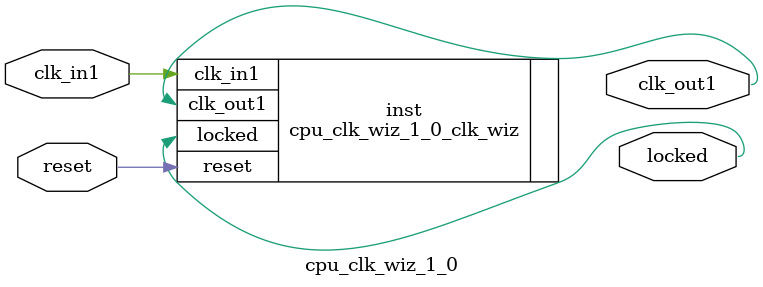
<source format=v>


`timescale 1ps/1ps

(* CORE_GENERATION_INFO = "cpu_clk_wiz_1_0,clk_wiz_v6_0_4_0_0,{component_name=cpu_clk_wiz_1_0,use_phase_alignment=true,use_min_o_jitter=false,use_max_i_jitter=false,use_dyn_phase_shift=false,use_inclk_switchover=false,use_dyn_reconfig=false,enable_axi=0,feedback_source=FDBK_AUTO,PRIMITIVE=MMCM,num_out_clk=1,clkin1_period=10.000,clkin2_period=10.000,use_power_down=false,use_reset=true,use_locked=true,use_inclk_stopped=false,feedback_type=SINGLE,CLOCK_MGR_TYPE=NA,manual_override=false}" *)

module cpu_clk_wiz_1_0 
 (
  // Clock out ports
  output        clk_out1,
  // Status and control signals
  input         reset,
  output        locked,
 // Clock in ports
  input         clk_in1
 );

  cpu_clk_wiz_1_0_clk_wiz inst
  (
  // Clock out ports  
  .clk_out1(clk_out1),
  // Status and control signals               
  .reset(reset), 
  .locked(locked),
 // Clock in ports
  .clk_in1(clk_in1)
  );

endmodule

</source>
